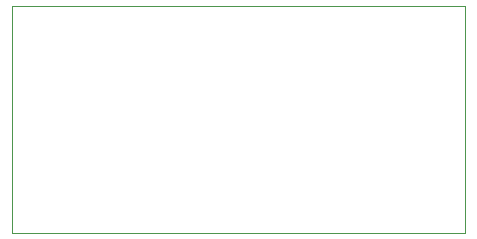
<source format=gbr>
%TF.GenerationSoftware,KiCad,Pcbnew,8.0.8*%
%TF.CreationDate,2025-02-15T19:49:46+00:00*%
%TF.ProjectId,stm32c071devboard,73746d33-3263-4303-9731-646576626f61,rev?*%
%TF.SameCoordinates,Original*%
%TF.FileFunction,Profile,NP*%
%FSLAX46Y46*%
G04 Gerber Fmt 4.6, Leading zero omitted, Abs format (unit mm)*
G04 Created by KiCad (PCBNEW 8.0.8) date 2025-02-15 19:49:46*
%MOMM*%
%LPD*%
G01*
G04 APERTURE LIST*
%TA.AperFunction,Profile*%
%ADD10C,0.050000*%
%TD*%
G04 APERTURE END LIST*
D10*
X79539000Y-55500000D02*
X117950000Y-55500000D01*
X117950000Y-74750000D01*
X79539000Y-74750000D01*
X79539000Y-55500000D01*
M02*

</source>
